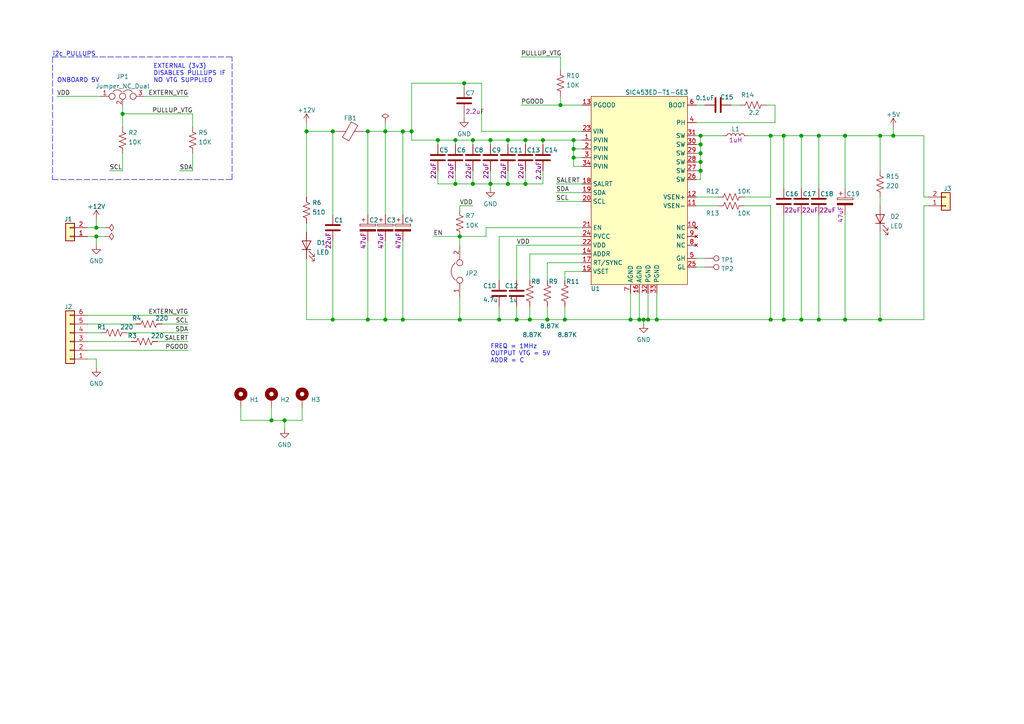
<source format=kicad_sch>
(kicad_sch (version 20210621) (generator eeschema)
  (paper "A4")
  (lib_symbols
    (symbol "Connector:TestPoint" (pin_numbers hide) (pin_names (offset 0.762) hide)
      (property "Reference" "TP" (at 0 6.858 0))
      (property "Value" "TestPoint" (at 0 5.08 0))
      (symbol "TestPoint_0_1"
        (circle (center 0 3.302) (radius 0.762))
      )
      (symbol "TestPoint_1_1"
        (pin passive line (at 0 0 90) (length 2.54) (name "1") (number "1"))
      )
    )
    (symbol "Connector_Generic:Conn_01x02" (pin_names (offset 1.016) hide)
      (property "Reference" "J" (at 0 2.54 0))
      (property "Value" "Conn_01x02" (at 0 -5.08 0))
      (symbol "Conn_01x02_1_1"
        (rectangle (start -1.27 -2.413) (end 0 -2.667) (stroke (width 0.1524)))
        (rectangle (start -1.27 0.127) (end 0 -0.127) (stroke (width 0.1524)))
        (rectangle (start -1.27 1.27) (end 1.27 -3.81) (stroke (width 0.254)) (fill (type background)))
        (pin passive line (at -5.08 0 0) (length 3.81) (name "Pin_1") (number "1"))
        (pin passive line (at -5.08 -2.54 0) (length 3.81) (name "Pin_2") (number "2"))
      )
    )
    (symbol "Connector_Generic:Conn_01x06" (pin_names (offset 1.016) hide)
      (property "Reference" "J" (at 0 7.62 0))
      (property "Value" "Conn_01x06" (at 0 -10.16 0))
      (symbol "Conn_01x06_1_1"
        (rectangle (start -1.27 -7.493) (end 0 -7.747) (stroke (width 0.1524)))
        (rectangle (start -1.27 -4.953) (end 0 -5.207) (stroke (width 0.1524)))
        (rectangle (start -1.27 -2.413) (end 0 -2.667) (stroke (width 0.1524)))
        (rectangle (start -1.27 0.127) (end 0 -0.127) (stroke (width 0.1524)))
        (rectangle (start -1.27 2.667) (end 0 2.413) (stroke (width 0.1524)))
        (rectangle (start -1.27 5.207) (end 0 4.953) (stroke (width 0.1524)))
        (rectangle (start -1.27 6.35) (end 1.27 -8.89) (stroke (width 0.254)) (fill (type background)))
        (pin passive line (at -5.08 5.08 0) (length 3.81) (name "Pin_1") (number "1"))
        (pin passive line (at -5.08 2.54 0) (length 3.81) (name "Pin_2") (number "2"))
        (pin passive line (at -5.08 0 0) (length 3.81) (name "Pin_3") (number "3"))
        (pin passive line (at -5.08 -2.54 0) (length 3.81) (name "Pin_4") (number "4"))
        (pin passive line (at -5.08 -5.08 0) (length 3.81) (name "Pin_5") (number "5"))
        (pin passive line (at -5.08 -7.62 0) (length 3.81) (name "Pin_6") (number "6"))
      )
    )
    (symbol "Device:C" (pin_numbers hide) (pin_names (offset 0.254))
      (property "Reference" "C" (at 0.635 2.54 0))
      (property "Value" "C" (at 0.635 -2.54 0))
      (symbol "C_0_1"
        (polyline (pts (xy -2.032 -0.762) (xy 2.032 -0.762)) (stroke (width 0.508)))
        (polyline (pts (xy -2.032 0.762) (xy 2.032 0.762)) (stroke (width 0.508)))
      )
      (symbol "C_1_1"
        (pin passive line (at 0 3.81 270) (length 2.794) (name "~") (number "1"))
        (pin passive line (at 0 -3.81 90) (length 2.794) (name "~") (number "2"))
      )
    )
    (symbol "Device:CP" (pin_numbers hide) (pin_names (offset 0.254))
      (property "Reference" "C" (at 0.635 2.54 0))
      (property "Value" "CP" (at 0.635 -2.54 0))
      (symbol "CP_0_1"
        (rectangle (start -2.286 0.508) (end -2.286 1.016))
        (rectangle (start -2.286 0.508) (end 2.286 0.508))
        (rectangle (start 2.286 1.016) (end -2.286 1.016))
        (rectangle (start 2.286 1.016) (end 2.286 0.508))
        (rectangle (start 2.286 -0.508) (end -2.286 -1.016) (fill (type outline)))
        (polyline (pts (xy -1.778 2.286) (xy -0.762 2.286)))
        (polyline (pts (xy -1.27 2.794) (xy -1.27 1.778)))
      )
      (symbol "CP_1_1"
        (pin passive line (at 0 3.81 270) (length 2.794) (name "~") (number "1"))
        (pin passive line (at 0 -3.81 90) (length 2.794) (name "~") (number "2"))
      )
    )
    (symbol "Device:Ferrite_Bead" (pin_numbers hide) (pin_names (offset 0))
      (property "Reference" "FB" (at -3.81 0.635 90))
      (property "Value" "Ferrite_Bead" (at 3.81 0 90))
      (symbol "Ferrite_Bead_0_1"
        (polyline (pts (xy 0 -1.27) (xy 0 -1.2192)))
        (polyline (pts (xy 0 1.27) (xy 0 1.2954)))
        (polyline (pts (xy -2.7686 0.4064) (xy -1.7018 2.2606) (xy 2.7686 -0.3048) (xy 1.6764 -2.159) (xy -2.7686 0.4064)))
      )
      (symbol "Ferrite_Bead_1_1"
        (pin passive line (at 0 3.81 270) (length 2.54) (name "~") (number "1"))
        (pin passive line (at 0 -3.81 90) (length 2.54) (name "~") (number "2"))
      )
    )
    (symbol "Device:Jumper" (pin_names (offset 0.762) hide)
      (property "Reference" "JP" (at 0 3.81 0))
      (property "Value" "Jumper" (at 0 -2.032 0))
      (symbol "Jumper_0_1"
        (arc (start -2.4892 1.27) (end 2.5146 1.27) (radius (at 0 -0.6604) (length 3.175) (angles 142.6 37.3)))
        (circle (center -2.54 0) (radius 0.889))
        (circle (center 2.54 0) (radius 0.889))
        (pin passive line (at -7.62 0 0) (length 4.191) (name "1") (number "1"))
        (pin passive line (at 7.62 0 180) (length 4.191) (name "2") (number "2"))
      )
    )
    (symbol "Device:Jumper_NC_Dual" (pin_names (offset 0.762) hide)
      (property "Reference" "JP" (at 1.27 -2.54 0))
      (property "Value" "Jumper_NC_Dual" (at 0 2.54 0))
      (symbol "Jumper_NC_Dual_0_1"
        (arc (start -0.254 1.27) (end -2.794 1.27) (radius (at -1.524 0.254) (length 1.6256) (angles 38.6 141.3)))
        (arc (start 2.794 1.27) (end 0.254 1.27) (radius (at 1.524 0.254) (length 1.6256) (angles 38.6 141.3)))
        (circle (center -3.048 0) (radius 0.889))
        (circle (center 0 0) (radius 0.9144))
        (circle (center 3.048 0) (radius 0.889))
        (pin passive line (at -6.35 0 0) (length 2.413) (name "1") (number "1"))
        (pin passive line (at 0 -2.54 90) (length 1.524) (name "2") (number "2"))
        (pin passive line (at 6.35 0 180) (length 2.413) (name "3") (number "3"))
      )
    )
    (symbol "Device:L" (pin_numbers hide) (pin_names (offset 1.016) hide)
      (property "Reference" "L" (at -1.27 0 90))
      (property "Value" "L" (at 1.905 0 90))
      (symbol "L_0_1"
        (arc (start 0 -2.54) (end 0 -1.27) (radius (at 0 -1.905) (length 0.635) (angles -89.9 89.9)))
        (arc (start 0 -1.27) (end 0 0) (radius (at 0 -0.635) (length 0.635) (angles -89.9 89.9)))
        (arc (start 0 0) (end 0 1.27) (radius (at 0 0.635) (length 0.635) (angles -89.9 89.9)))
        (arc (start 0 1.27) (end 0 2.54) (radius (at 0 1.905) (length 0.635) (angles -89.9 89.9)))
      )
      (symbol "L_1_1"
        (pin passive line (at 0 3.81 270) (length 1.27) (name "1") (number "1"))
        (pin passive line (at 0 -3.81 90) (length 1.27) (name "2") (number "2"))
      )
    )
    (symbol "Device:LED" (pin_numbers hide) (pin_names (offset 1.016) hide)
      (property "Reference" "D" (at 0 2.54 0))
      (property "Value" "LED" (at 0 -2.54 0))
      (symbol "LED_0_1"
        (polyline (pts (xy -1.27 -1.27) (xy -1.27 1.27)) (stroke (width 0.2032)))
        (polyline (pts (xy -1.27 0) (xy 1.27 0)))
        (polyline (pts (xy 1.27 -1.27) (xy 1.27 1.27) (xy -1.27 0) (xy 1.27 -1.27)) (stroke (width 0.2032)))
        (polyline (pts (xy -3.048 -0.762) (xy -4.572 -2.286) (xy -3.81 -2.286) (xy -4.572 -2.286) (xy -4.572 -1.524)))
        (polyline (pts (xy -1.778 -0.762) (xy -3.302 -2.286) (xy -2.54 -2.286) (xy -3.302 -2.286) (xy -3.302 -1.524)))
      )
      (symbol "LED_1_1"
        (pin passive line (at -3.81 0 0) (length 2.54) (name "K") (number "1"))
        (pin passive line (at 3.81 0 180) (length 2.54) (name "A") (number "2"))
      )
    )
    (symbol "Device:R_US" (pin_numbers hide) (pin_names (offset 0))
      (property "Reference" "R" (at 2.54 0 90))
      (property "Value" "R_US" (at -2.54 0 90))
      (symbol "R_US_0_1"
        (polyline (pts (xy 0 -2.286) (xy 0 -2.54)))
        (polyline (pts (xy 0 2.286) (xy 0 2.54)))
        (polyline (pts (xy 0 -0.762) (xy 1.016 -1.143) (xy 0 -1.524) (xy -1.016 -1.905) (xy 0 -2.286)))
        (polyline (pts (xy 0 0.762) (xy 1.016 0.381) (xy 0 0) (xy -1.016 -0.381) (xy 0 -0.762)))
        (polyline (pts (xy 0 2.286) (xy 1.016 1.905) (xy 0 1.524) (xy -1.016 1.143) (xy 0 0.762)))
      )
      (symbol "R_US_1_1"
        (pin passive line (at 0 3.81 270) (length 1.27) (name "~") (number "1"))
        (pin passive line (at 0 -3.81 90) (length 1.27) (name "~") (number "2"))
      )
    )
    (symbol "Mechanical:MountingHole_Pad" (pin_numbers hide) (pin_names (offset 1.016) hide)
      (property "Reference" "H" (at 0 6.35 0))
      (property "Value" "MountingHole_Pad" (at 0 4.445 0))
      (symbol "MountingHole_Pad_0_1"
        (circle (center 0 1.27) (radius 1.27) (stroke (width 1.27)))
      )
      (symbol "MountingHole_Pad_1_1"
        (pin input line (at 0 -2.54 90) (length 2.54) (name "1") (number "1"))
      )
    )
    (symbol "capacitors:GRM188R61H225ME11D" (pin_numbers hide) (pin_names (offset 0.254))
      (property "Reference" "C" (at 0.635 2.54 0))
      (property "id" "2.2uF" (at -3.81 2.54 0))
      (symbol "GRM188R61H225ME11D_0_1"
        (polyline (pts (xy -2.032 -0.762) (xy 2.032 -0.762)) (stroke (width 0.508)))
        (polyline (pts (xy -2.032 0.762) (xy 2.032 0.762)) (stroke (width 0.508)))
      )
      (symbol "GRM188R61H225ME11D_1_1"
        (pin passive line (at 0 3.81 270) (length 2.794) (name "~") (number "1"))
        (pin passive line (at 0 -3.81 90) (length 2.794) (name "~") (number "2"))
      )
    )
    (symbol "eval-board-1_buck-regulator:SIC453ED-T1-GE3"
      (property "Reference" "U" (at 0 0 0))
      (property "Value" "SIC453ED-T1-GE3" (at 0 0 0))
      (symbol "SIC453ED-T1-GE3_0_0"
        (pin power_in line (at -17.78 5.08 0) (length 2.54) (name "PVIN") (number "34"))
      )
      (symbol "SIC453ED-T1-GE3_0_1"
        (rectangle (start -15.24 25.4) (end 12.7 -29.21) (stroke (width 0.1524)) (fill (type background)))
      )
      (symbol "SIC453ED-T1-GE3_1_1"
        (pin power_in line (at -17.78 12.7 0) (length 2.54) (name "PVIN") (number "1"))
        (pin no_connect line (at 15.24 -12.7 180) (length 2.54) (name "NC") (number "10"))
        (pin input line (at 15.24 -6.35 180) (length 2.54) (name "VSEN-") (number "11"))
        (pin input line (at 15.24 -3.81 180) (length 2.54) (name "VSEN+") (number "12"))
        (pin open_collector line (at -17.78 22.86 0) (length 2.54) (name "PGOOD") (number "13"))
        (pin input line (at -17.78 -20.32 0) (length 2.54) (name "ADDR") (number "14"))
        (pin input line (at -17.78 -25.4 0) (length 2.54) (name "VSET") (number "15"))
        (pin power_in line (at -1.27 -31.75 90) (length 2.54) (name "AGND") (number "16"))
        (pin input line (at -17.78 -22.86 0) (length 2.54) (name "RT/SYNC") (number "17"))
        (pin output line (at -17.78 0 0) (length 2.54) (name "SALRT") (number "18"))
        (pin bidirectional line (at -17.78 -2.54 0) (length 2.54) (name "SDA") (number "19"))
        (pin power_in line (at -17.78 10.16 0) (length 2.54) (name "PVIN") (number "2"))
        (pin bidirectional line (at -17.78 -5.08 0) (length 2.54) (name "SCL") (number "20"))
        (pin input line (at -17.78 -12.7 0) (length 2.54) (name "EN") (number "21"))
        (pin power_out line (at -17.78 -17.78 0) (length 2.54) (name "VDD") (number "22"))
        (pin power_in line (at -17.78 15.24 0) (length 2.54) (name "VIN") (number "23"))
        (pin power_out line (at -17.78 -15.24 0) (length 2.54) (name "PVCC") (number "24"))
        (pin input line (at 15.24 -24.13 180) (length 2.54) (name "GL") (number "25"))
        (pin passive line (at 15.24 1.27 180) (length 2.54) (name "SW") (number "26"))
        (pin passive line (at 15.24 3.81 180) (length 2.54) (name "SW") (number "27"))
        (pin passive line (at 15.24 6.35 180) (length 2.54) (name "SW") (number "28"))
        (pin passive line (at 15.24 8.89 180) (length 2.54) (name "SW") (number "29"))
        (pin power_in line (at -17.78 7.62 0) (length 2.54) (name "PVIN") (number "3"))
        (pin passive line (at 15.24 11.43 180) (length 2.54) (name "SW") (number "30"))
        (pin power_out line (at 15.24 13.97 180) (length 2.54) (name "SW") (number "31"))
        (pin power_in line (at 1.27 -31.75 90) (length 2.54) (name "PGND") (number "32"))
        (pin power_in line (at 3.81 -31.75 90) (length 2.54) (name "PGND") (number "33"))
        (pin input line (at 15.24 17.78 180) (length 2.54) (name "PH") (number "4"))
        (pin input line (at 15.24 -21.59 180) (length 2.54) (name "GH") (number "5"))
        (pin input line (at 15.24 22.86 180) (length 2.54) (name "BOOT") (number "6"))
        (pin power_in line (at -3.81 -31.75 90) (length 2.54) (name "AGND") (number "7"))
        (pin no_connect line (at 15.24 -17.78 180) (length 2.54) (name "NC") (number "8"))
        (pin no_connect line (at 15.24 -15.24 180) (length 2.54) (name "NC") (number "9"))
      )
    )
    (symbol "power:+12V" (power) (pin_names (offset 0))
      (property "Value" "+12V" (at 0 3.556 0))
      (symbol "+12V_0_1"
        (polyline (pts (xy -0.762 1.27) (xy 0 2.54)))
        (polyline (pts (xy 0 0) (xy 0 2.54)))
        (polyline (pts (xy 0 2.54) (xy 0.762 1.27)))
      )
      (symbol "+12V_1_1"
        (pin power_in line (at 0 0 90) (length 0) hide (name "+12V") (number "1"))
      )
    )
    (symbol "power:+5V" (power) (pin_names (offset 0))
      (property "Value" "+5V" (at 0 3.556 0))
      (symbol "+5V_0_1"
        (polyline (pts (xy -0.762 1.27) (xy 0 2.54)))
        (polyline (pts (xy 0 0) (xy 0 2.54)))
        (polyline (pts (xy 0 2.54) (xy 0.762 1.27)))
      )
      (symbol "+5V_1_1"
        (pin power_in line (at 0 0 90) (length 0) hide (name "+5V") (number "1"))
      )
    )
    (symbol "power:GND" (power) (pin_names (offset 0))
      (property "Value" "GND" (at 0 -3.81 0))
      (symbol "GND_0_1"
        (polyline (pts (xy 0 0) (xy 0 -1.27) (xy 1.27 -1.27) (xy 0 -2.54) (xy -1.27 -1.27) (xy 0 -1.27)))
      )
      (symbol "GND_1_1"
        (pin power_in line (at 0 0 270) (length 0) hide (name "GND") (number "1"))
      )
    )
    (symbol "power:PWR_FLAG" (power) (pin_numbers hide) (pin_names (offset 0) hide)
      (property "Value" "PWR_FLAG" (at 0 3.81 0))
      (symbol "PWR_FLAG_0_0"
        (pin power_out line (at 0 0 90) (length 0) (name "pwr") (number "1"))
      )
      (symbol "PWR_FLAG_0_1"
        (polyline (pts (xy 0 0) (xy 0 1.27) (xy -1.016 1.905) (xy 0 2.54) (xy 1.016 1.905) (xy 0 1.27)))
      )
    )
  )
  (junction (at 27.94 66.04) (diameter 1.016))
  (junction (at 27.94 68.58) (diameter 1.016))
  (junction (at 35.56 33.02) (diameter 1.016))
  (junction (at 78.74 121.92) (diameter 1.016))
  (junction (at 82.55 121.92) (diameter 1.016))
  (junction (at 88.9 38.1) (diameter 1.016))
  (junction (at 96.52 38.1) (diameter 1.016))
  (junction (at 96.52 92.71) (diameter 1.016))
  (junction (at 106.68 38.1) (diameter 1.016))
  (junction (at 106.68 92.71) (diameter 1.016))
  (junction (at 111.76 38.1) (diameter 1.016))
  (junction (at 111.76 92.71) (diameter 1.016))
  (junction (at 116.84 38.1) (diameter 1.016))
  (junction (at 116.84 92.71) (diameter 1.016))
  (junction (at 119.38 38.1) (diameter 1.016))
  (junction (at 127 40.64) (diameter 1.016))
  (junction (at 132.08 40.64) (diameter 1.016))
  (junction (at 132.08 53.34) (diameter 1.016))
  (junction (at 133.35 68.58) (diameter 1.016))
  (junction (at 133.35 92.71) (diameter 1.016))
  (junction (at 134.62 24.13) (diameter 1.016))
  (junction (at 137.16 40.64) (diameter 1.016))
  (junction (at 137.16 53.34) (diameter 1.016))
  (junction (at 142.24 40.64) (diameter 1.016))
  (junction (at 142.24 53.34) (diameter 1.016))
  (junction (at 144.78 92.71) (diameter 1.016))
  (junction (at 147.32 40.64) (diameter 1.016))
  (junction (at 147.32 53.34) (diameter 1.016))
  (junction (at 149.86 92.71) (diameter 1.016))
  (junction (at 152.4 40.64) (diameter 1.016))
  (junction (at 152.4 53.34) (diameter 1.016))
  (junction (at 153.67 92.71) (diameter 1.016))
  (junction (at 157.48 40.64) (diameter 1.016))
  (junction (at 158.75 92.71) (diameter 1.016))
  (junction (at 162.56 30.48) (diameter 1.016))
  (junction (at 163.83 92.71) (diameter 1.016))
  (junction (at 166.37 40.64) (diameter 1.016))
  (junction (at 166.37 43.18) (diameter 1.016))
  (junction (at 166.37 45.72) (diameter 1.016))
  (junction (at 182.88 92.71) (diameter 1.016))
  (junction (at 185.42 92.71) (diameter 1.016))
  (junction (at 186.69 92.71) (diameter 1.016))
  (junction (at 187.96 92.71) (diameter 1.016))
  (junction (at 190.5 92.71) (diameter 1.016))
  (junction (at 203.2 39.37) (diameter 1.016))
  (junction (at 203.2 41.91) (diameter 1.016))
  (junction (at 203.2 44.45) (diameter 1.016))
  (junction (at 203.2 46.99) (diameter 1.016))
  (junction (at 203.2 49.53) (diameter 1.016))
  (junction (at 223.52 39.37) (diameter 1.016))
  (junction (at 223.52 92.71) (diameter 1.016))
  (junction (at 227.33 39.37) (diameter 1.016))
  (junction (at 227.33 92.71) (diameter 1.016))
  (junction (at 232.41 39.37) (diameter 1.016))
  (junction (at 232.41 92.71) (diameter 1.016))
  (junction (at 237.49 39.37) (diameter 1.016))
  (junction (at 237.49 92.71) (diameter 1.016))
  (junction (at 245.11 39.37) (diameter 1.016))
  (junction (at 245.11 92.71) (diameter 1.016))
  (junction (at 255.27 39.37) (diameter 1.016))
  (junction (at 255.27 92.71) (diameter 1.016))
  (junction (at 259.08 39.37) (diameter 1.016))
  (wire (pts (xy 16.51 27.94) (xy 29.21 27.94)))
  (wire (pts (xy 25.4 91.44) (xy 54.61 91.44)))
  (wire (pts (xy 25.4 93.98) (xy 39.37 93.98)))
  (wire (pts (xy 25.4 96.52) (xy 29.21 96.52)))
  (wire (pts (xy 25.4 99.06) (xy 38.1 99.06)))
  (wire (pts (xy 25.4 101.6) (xy 54.61 101.6)))
  (wire (pts (xy 27.94 63.5) (xy 27.94 66.04)))
  (wire (pts (xy 27.94 66.04) (xy 25.4 66.04)))
  (wire (pts (xy 27.94 66.04) (xy 30.48 66.04)))
  (wire (pts (xy 27.94 68.58) (xy 25.4 68.58)))
  (wire (pts (xy 27.94 68.58) (xy 27.94 71.12)))
  (wire (pts (xy 27.94 68.58) (xy 30.48 68.58)))
  (wire (pts (xy 27.94 104.14) (xy 25.4 104.14)))
  (wire (pts (xy 27.94 106.68) (xy 27.94 104.14)))
  (wire (pts (xy 31.75 49.53) (xy 35.56 49.53)))
  (wire (pts (xy 35.56 30.48) (xy 35.56 33.02)))
  (wire (pts (xy 35.56 33.02) (xy 35.56 36.83)))
  (wire (pts (xy 35.56 33.02) (xy 55.88 33.02)))
  (wire (pts (xy 35.56 44.45) (xy 35.56 49.53)))
  (wire (pts (xy 36.83 96.52) (xy 54.61 96.52)))
  (wire (pts (xy 41.91 27.94) (xy 54.61 27.94)))
  (wire (pts (xy 45.72 99.06) (xy 54.61 99.06)))
  (wire (pts (xy 46.99 93.98) (xy 54.61 93.98)))
  (wire (pts (xy 52.07 49.53) (xy 55.88 49.53)))
  (wire (pts (xy 55.88 33.02) (xy 55.88 36.83)))
  (wire (pts (xy 55.88 44.45) (xy 55.88 49.53)))
  (wire (pts (xy 69.85 121.92) (xy 69.85 118.11)))
  (wire (pts (xy 78.74 121.92) (xy 69.85 121.92)))
  (wire (pts (xy 78.74 121.92) (xy 78.74 118.11)))
  (wire (pts (xy 82.55 121.92) (xy 78.74 121.92)))
  (wire (pts (xy 82.55 121.92) (xy 87.63 121.92)))
  (wire (pts (xy 82.55 124.46) (xy 82.55 121.92)))
  (wire (pts (xy 87.63 121.92) (xy 87.63 118.11)))
  (wire (pts (xy 88.9 35.56) (xy 88.9 38.1)))
  (wire (pts (xy 88.9 38.1) (xy 96.52 38.1)))
  (wire (pts (xy 88.9 57.15) (xy 88.9 38.1)))
  (wire (pts (xy 88.9 64.77) (xy 88.9 67.31)))
  (wire (pts (xy 88.9 74.93) (xy 88.9 92.71)))
  (wire (pts (xy 88.9 92.71) (xy 96.52 92.71)))
  (wire (pts (xy 96.52 38.1) (xy 97.79 38.1)))
  (wire (pts (xy 96.52 62.23) (xy 96.52 38.1)))
  (wire (pts (xy 96.52 69.85) (xy 96.52 92.71)))
  (wire (pts (xy 96.52 92.71) (xy 106.68 92.71)))
  (wire (pts (xy 105.41 38.1) (xy 106.68 38.1)))
  (wire (pts (xy 106.68 38.1) (xy 106.68 62.23)))
  (wire (pts (xy 106.68 38.1) (xy 111.76 38.1)))
  (wire (pts (xy 106.68 69.85) (xy 106.68 92.71)))
  (wire (pts (xy 106.68 92.71) (xy 111.76 92.71)))
  (wire (pts (xy 111.76 35.56) (xy 111.76 38.1)))
  (wire (pts (xy 111.76 38.1) (xy 111.76 62.23)))
  (wire (pts (xy 111.76 38.1) (xy 116.84 38.1)))
  (wire (pts (xy 111.76 69.85) (xy 111.76 92.71)))
  (wire (pts (xy 111.76 92.71) (xy 116.84 92.71)))
  (wire (pts (xy 116.84 38.1) (xy 116.84 62.23)))
  (wire (pts (xy 116.84 38.1) (xy 119.38 38.1)))
  (wire (pts (xy 116.84 69.85) (xy 116.84 92.71)))
  (wire (pts (xy 116.84 92.71) (xy 133.35 92.71)))
  (wire (pts (xy 119.38 24.13) (xy 119.38 38.1)))
  (wire (pts (xy 119.38 24.13) (xy 134.62 24.13)))
  (wire (pts (xy 119.38 40.64) (xy 119.38 38.1)))
  (wire (pts (xy 125.73 68.58) (xy 133.35 68.58)))
  (wire (pts (xy 127 40.64) (xy 119.38 40.64)))
  (wire (pts (xy 127 40.64) (xy 127 41.91)))
  (wire (pts (xy 127 53.34) (xy 127 49.53)))
  (wire (pts (xy 127 53.34) (xy 132.08 53.34)))
  (wire (pts (xy 132.08 40.64) (xy 127 40.64)))
  (wire (pts (xy 132.08 40.64) (xy 132.08 41.91)))
  (wire (pts (xy 132.08 49.53) (xy 132.08 53.34)))
  (wire (pts (xy 132.08 53.34) (xy 137.16 53.34)))
  (wire (pts (xy 133.35 59.69) (xy 133.35 60.96)))
  (wire (pts (xy 133.35 59.69) (xy 137.16 59.69)))
  (wire (pts (xy 133.35 68.58) (xy 133.35 71.12)))
  (wire (pts (xy 133.35 68.58) (xy 140.97 68.58)))
  (wire (pts (xy 133.35 86.36) (xy 133.35 92.71)))
  (wire (pts (xy 133.35 92.71) (xy 144.78 92.71)))
  (wire (pts (xy 134.62 24.13) (xy 134.62 25.4)))
  (wire (pts (xy 134.62 24.13) (xy 139.7 24.13)))
  (wire (pts (xy 134.62 33.02) (xy 134.62 34.29)))
  (wire (pts (xy 137.16 40.64) (xy 132.08 40.64)))
  (wire (pts (xy 137.16 40.64) (xy 137.16 41.91)))
  (wire (pts (xy 137.16 49.53) (xy 137.16 53.34)))
  (wire (pts (xy 137.16 53.34) (xy 142.24 53.34)))
  (wire (pts (xy 139.7 38.1) (xy 139.7 24.13)))
  (wire (pts (xy 140.97 66.04) (xy 168.91 66.04)))
  (wire (pts (xy 140.97 68.58) (xy 140.97 66.04)))
  (wire (pts (xy 142.24 40.64) (xy 137.16 40.64)))
  (wire (pts (xy 142.24 40.64) (xy 142.24 41.91)))
  (wire (pts (xy 142.24 49.53) (xy 142.24 53.34)))
  (wire (pts (xy 142.24 53.34) (xy 142.24 54.61)))
  (wire (pts (xy 142.24 53.34) (xy 147.32 53.34)))
  (wire (pts (xy 144.78 68.58) (xy 144.78 81.28)))
  (wire (pts (xy 144.78 68.58) (xy 168.91 68.58)))
  (wire (pts (xy 144.78 88.9) (xy 144.78 92.71)))
  (wire (pts (xy 144.78 92.71) (xy 149.86 92.71)))
  (wire (pts (xy 147.32 40.64) (xy 142.24 40.64)))
  (wire (pts (xy 147.32 40.64) (xy 147.32 41.91)))
  (wire (pts (xy 147.32 49.53) (xy 147.32 53.34)))
  (wire (pts (xy 147.32 53.34) (xy 152.4 53.34)))
  (wire (pts (xy 149.86 71.12) (xy 149.86 81.28)))
  (wire (pts (xy 149.86 71.12) (xy 168.91 71.12)))
  (wire (pts (xy 149.86 88.9) (xy 149.86 92.71)))
  (wire (pts (xy 149.86 92.71) (xy 153.67 92.71)))
  (wire (pts (xy 151.13 30.48) (xy 162.56 30.48)))
  (wire (pts (xy 152.4 40.64) (xy 147.32 40.64)))
  (wire (pts (xy 152.4 40.64) (xy 152.4 41.91)))
  (wire (pts (xy 152.4 49.53) (xy 152.4 53.34)))
  (wire (pts (xy 152.4 53.34) (xy 157.48 53.34)))
  (wire (pts (xy 153.67 73.66) (xy 153.67 81.28)))
  (wire (pts (xy 153.67 73.66) (xy 168.91 73.66)))
  (wire (pts (xy 153.67 88.9) (xy 153.67 92.71)))
  (wire (pts (xy 153.67 92.71) (xy 158.75 92.71)))
  (wire (pts (xy 157.48 40.64) (xy 152.4 40.64)))
  (wire (pts (xy 157.48 40.64) (xy 157.48 41.91)))
  (wire (pts (xy 157.48 49.53) (xy 157.48 53.34)))
  (wire (pts (xy 158.75 76.2) (xy 168.91 76.2)))
  (wire (pts (xy 158.75 81.28) (xy 158.75 76.2)))
  (wire (pts (xy 158.75 88.9) (xy 158.75 92.71)))
  (wire (pts (xy 158.75 92.71) (xy 163.83 92.71)))
  (wire (pts (xy 161.29 53.34) (xy 168.91 53.34)))
  (wire (pts (xy 161.29 55.88) (xy 168.91 55.88)))
  (wire (pts (xy 161.29 58.42) (xy 168.91 58.42)))
  (wire (pts (xy 162.56 16.51) (xy 151.13 16.51)))
  (wire (pts (xy 162.56 20.32) (xy 162.56 16.51)))
  (wire (pts (xy 162.56 30.48) (xy 162.56 27.94)))
  (wire (pts (xy 163.83 78.74) (xy 168.91 78.74)))
  (wire (pts (xy 163.83 81.28) (xy 163.83 78.74)))
  (wire (pts (xy 163.83 88.9) (xy 163.83 92.71)))
  (wire (pts (xy 163.83 92.71) (xy 182.88 92.71)))
  (wire (pts (xy 166.37 40.64) (xy 157.48 40.64)))
  (wire (pts (xy 166.37 40.64) (xy 168.91 40.64)))
  (wire (pts (xy 166.37 43.18) (xy 166.37 40.64)))
  (wire (pts (xy 166.37 43.18) (xy 168.91 43.18)))
  (wire (pts (xy 166.37 45.72) (xy 166.37 43.18)))
  (wire (pts (xy 166.37 45.72) (xy 168.91 45.72)))
  (wire (pts (xy 166.37 48.26) (xy 166.37 45.72)))
  (wire (pts (xy 168.91 30.48) (xy 162.56 30.48)))
  (wire (pts (xy 168.91 38.1) (xy 139.7 38.1)))
  (wire (pts (xy 168.91 48.26) (xy 166.37 48.26)))
  (wire (pts (xy 182.88 85.09) (xy 182.88 92.71)))
  (wire (pts (xy 185.42 85.09) (xy 185.42 92.71)))
  (wire (pts (xy 185.42 92.71) (xy 182.88 92.71)))
  (wire (pts (xy 186.69 92.71) (xy 185.42 92.71)))
  (wire (pts (xy 186.69 92.71) (xy 187.96 92.71)))
  (wire (pts (xy 186.69 93.98) (xy 186.69 92.71)))
  (wire (pts (xy 187.96 85.09) (xy 187.96 92.71)))
  (wire (pts (xy 187.96 92.71) (xy 190.5 92.71)))
  (wire (pts (xy 190.5 85.09) (xy 190.5 92.71)))
  (wire (pts (xy 190.5 92.71) (xy 223.52 92.71)))
  (wire (pts (xy 201.93 30.48) (xy 204.47 30.48)))
  (wire (pts (xy 201.93 39.37) (xy 203.2 39.37)))
  (wire (pts (xy 201.93 41.91) (xy 203.2 41.91)))
  (wire (pts (xy 201.93 44.45) (xy 203.2 44.45)))
  (wire (pts (xy 201.93 46.99) (xy 203.2 46.99)))
  (wire (pts (xy 201.93 49.53) (xy 203.2 49.53)))
  (wire (pts (xy 201.93 52.07) (xy 203.2 52.07)))
  (wire (pts (xy 201.93 57.15) (xy 208.28 57.15)))
  (wire (pts (xy 201.93 59.69) (xy 208.28 59.69)))
  (wire (pts (xy 201.93 74.93) (xy 204.47 74.93)))
  (wire (pts (xy 201.93 77.47) (xy 204.47 77.47)))
  (wire (pts (xy 203.2 39.37) (xy 209.55 39.37)))
  (wire (pts (xy 203.2 41.91) (xy 203.2 39.37)))
  (wire (pts (xy 203.2 44.45) (xy 203.2 41.91)))
  (wire (pts (xy 203.2 46.99) (xy 203.2 44.45)))
  (wire (pts (xy 203.2 49.53) (xy 203.2 46.99)))
  (wire (pts (xy 203.2 52.07) (xy 203.2 49.53)))
  (wire (pts (xy 212.09 30.48) (xy 214.63 30.48)))
  (wire (pts (xy 215.9 57.15) (xy 223.52 57.15)))
  (wire (pts (xy 215.9 59.69) (xy 223.52 59.69)))
  (wire (pts (xy 217.17 39.37) (xy 223.52 39.37)))
  (wire (pts (xy 222.25 30.48) (xy 224.79 30.48)))
  (wire (pts (xy 223.52 39.37) (xy 227.33 39.37)))
  (wire (pts (xy 223.52 57.15) (xy 223.52 39.37)))
  (wire (pts (xy 223.52 59.69) (xy 223.52 92.71)))
  (wire (pts (xy 223.52 92.71) (xy 227.33 92.71)))
  (wire (pts (xy 224.79 30.48) (xy 224.79 35.56)))
  (wire (pts (xy 224.79 35.56) (xy 201.93 35.56)))
  (wire (pts (xy 227.33 39.37) (xy 227.33 54.61)))
  (wire (pts (xy 227.33 39.37) (xy 232.41 39.37)))
  (wire (pts (xy 227.33 62.23) (xy 227.33 92.71)))
  (wire (pts (xy 227.33 92.71) (xy 232.41 92.71)))
  (wire (pts (xy 232.41 39.37) (xy 232.41 54.61)))
  (wire (pts (xy 232.41 39.37) (xy 237.49 39.37)))
  (wire (pts (xy 232.41 62.23) (xy 232.41 92.71)))
  (wire (pts (xy 232.41 92.71) (xy 237.49 92.71)))
  (wire (pts (xy 237.49 39.37) (xy 237.49 54.61)))
  (wire (pts (xy 237.49 39.37) (xy 245.11 39.37)))
  (wire (pts (xy 237.49 62.23) (xy 237.49 92.71)))
  (wire (pts (xy 237.49 92.71) (xy 245.11 92.71)))
  (wire (pts (xy 245.11 39.37) (xy 245.11 54.61)))
  (wire (pts (xy 245.11 39.37) (xy 255.27 39.37)))
  (wire (pts (xy 245.11 62.23) (xy 245.11 92.71)))
  (wire (pts (xy 245.11 92.71) (xy 255.27 92.71)))
  (wire (pts (xy 255.27 39.37) (xy 255.27 49.53)))
  (wire (pts (xy 255.27 39.37) (xy 259.08 39.37)))
  (wire (pts (xy 255.27 57.15) (xy 255.27 59.69)))
  (wire (pts (xy 255.27 92.71) (xy 255.27 67.31)))
  (wire (pts (xy 259.08 36.83) (xy 259.08 39.37)))
  (wire (pts (xy 267.97 39.37) (xy 259.08 39.37)))
  (wire (pts (xy 267.97 57.15) (xy 267.97 39.37)))
  (wire (pts (xy 267.97 59.69) (xy 267.97 92.71)))
  (wire (pts (xy 267.97 92.71) (xy 255.27 92.71)))
  (wire (pts (xy 269.24 57.15) (xy 267.97 57.15)))
  (wire (pts (xy 269.24 59.69) (xy 267.97 59.69)))
  (polyline (pts (xy 15.24 16.51) (xy 15.24 52.07)) (stroke (width 0) (type dash)))
  (polyline (pts (xy 15.24 16.51) (xy 67.31 16.51)) (stroke (width 0) (type dash)))
  (polyline (pts (xy 15.24 52.07) (xy 67.31 52.07)) (stroke (width 0) (type dash)))
  (polyline (pts (xy 67.31 52.07) (xy 67.31 16.51)) (stroke (width 0) (type dash)))
  (text "i2c PULLUPS" (at 15.24 16.51 0) (effects (font (size 1.27 1.27)) (justify left bottom)))
  (text "ONBOARD 5V" (at 16.51 24.13 0) (effects (font (size 1.27 1.27)) (justify left bottom)))
  (text "EXTERNAL (3v3)\nDISABLES PULLUPS IF\nNO VTG SUPPLIED" (at 44.45 24.13 0) (effects (font (size 1.27 1.27)) (justify left bottom)))
  (text "FREQ = 1MHz\nOUTPUT VTG = 5V\nADDR = C" (at 142.24 105.41 0) (effects (font (size 1.27 1.27)) (justify left bottom)))
  (label "VDD" (at 16.51 27.94 0))
  (label "SCL" (at 31.75 49.53 0))
  (label "SDA" (at 52.07 49.53 0))
  (label "EXTERN_VTG" (at 54.61 27.94 180))
  (label "EXTERN_VTG" (at 54.61 91.44 180))
  (label "SCL" (at 54.61 93.98 180))
  (label "SDA" (at 54.61 96.52 180))
  (label "SALERT" (at 54.61 99.06 180))
  (label "PGOOD" (at 54.61 101.6 180))
  (label "PULLUP_VTG" (at 55.88 33.02 180))
  (label "EN" (at 125.73 68.58 0))
  (label "VDD" (at 137.16 59.69 180))
  (label "VDD" (at 149.86 71.12 0))
  (label "PULLUP_VTG" (at 151.13 16.51 0))
  (label "PGOOD" (at 151.13 30.48 0))
  (label "SALERT" (at 161.29 53.34 0))
  (label "SDA" (at 161.29 55.88 0))
  (label "SCL" (at 161.29 58.42 0))
  (symbol (lib_id "power:+12V") (at 27.94 63.5 0) (unit 1)
    (property "Reference" "#PWR01" (effects hide))
    (property "Value" "+12V" (at 27.94 59.8954 0))
  )
  (symbol (lib_id "power:+12V") (at 88.9 35.56 0) (unit 1)
    (property "Reference" "#PWR05" (effects hide))
    (property "Value" "+12V" (at 88.9 31.9554 0))
  )
  (symbol (lib_id "power:+5V") (at 259.08 36.83 0) (unit 1)
    (property "Reference" "#PWR09" (effects hide))
    (property "Value" "+5V" (at 259.08 33.2254 0))
  )
  (symbol (lib_id "power:PWR_FLAG") (at 30.48 66.04 270) (unit 1)
    (property "Reference" "#FLG01" (effects hide))
    (property "Value" "PWR_FLAG" (effects hide))
  )
  (symbol (lib_id "power:PWR_FLAG") (at 30.48 68.58 270) (unit 1)
    (property "Reference" "#FLG02" (effects hide))
    (property "Value" "PWR_FLAG" (effects hide))
  )
  (symbol (lib_id "power:PWR_FLAG") (at 111.76 35.56 0) (unit 1)
    (property "Reference" "#FLG03" (effects hide))
    (property "Value" "PWR_FLAG" (effects hide))
  )
  (symbol (lib_id "Connector:TestPoint") (at 204.47 74.93 270) (unit 1)
    (property "Reference" "TP1" (at 209.1691 75.409 90) (effects (justify left)))
    (property "Value" "TestPoint" (effects hide))
    (property "Footprint" "TestPoint:TestPoint_Pad_1.5x1.5mm" (effects hide))
  )
  (symbol (lib_id "Connector:TestPoint") (at 204.47 77.47 270) (unit 1)
    (property "Reference" "TP2" (at 209.1691 77.949 90) (effects (justify left)))
    (property "Value" "TestPoint" (effects hide))
    (property "Footprint" "TestPoint:TestPoint_Pad_1.5x1.5mm" (effects hide))
  )
  (symbol (lib_id "power:GND") (at 27.94 71.12 0) (unit 1)
    (property "Reference" "#PWR02" (effects hide))
    (property "Value" "GND" (at 27.94 75.6826 0))
  )
  (symbol (lib_id "power:GND") (at 27.94 106.68 0) (unit 1)
    (property "Reference" "#PWR03" (effects hide))
    (property "Value" "GND" (at 27.94 111.2426 0))
  )
  (symbol (lib_id "power:GND") (at 82.55 124.46 0) (unit 1)
    (property "Reference" "#PWR04" (effects hide))
    (property "Value" "GND" (at 82.55 129.0226 0))
  )
  (symbol (lib_id "power:GND") (at 134.62 34.29 0) (unit 1)
    (property "Reference" "#PWR06" (effects hide))
    (property "Value" "GND" (at 134.62 38.8526 0))
  )
  (symbol (lib_id "power:GND") (at 142.24 54.61 0) (unit 1)
    (property "Reference" "#PWR07" (effects hide))
    (property "Value" "GND" (at 142.24 59.1726 0))
  )
  (symbol (lib_id "power:GND") (at 186.69 93.98 0) (unit 1)
    (property "Reference" "#PWR08" (effects hide))
    (property "Value" "GND" (at 186.69 98.5426 0))
  )
  (symbol (lib_id "Device:L") (at 213.36 39.37 90) (unit 1)
    (property "Reference" "L1" (at 213.36 37.4354 90))
    (property "Value" "PA4343.102NLT" (effects hide))
    (property "Footprint" "eval-board-1_buck-regulator:PA4343_PM4343" (effects hide))
    (property "id" "1uH" (at 213.36 40.64 90))
  )
  (symbol (lib_id "Device:R_US") (at 33.02 96.52 90) (unit 1)
    (property "Reference" "R1" (at 30.8415 94.8689 90) (effects (justify left)))
    (property "Value" "220" (at 38.6966 94.8689 90) (effects (justify left)))
    (property "Footprint" "eval-board-1_buck-regulator:CAPACITOR_0402N" (effects hide))
  )
  (symbol (lib_id "Device:R_US") (at 35.56 40.64 0) (unit 1)
    (property "Reference" "R2" (at 37.2111 38.4615 0) (effects (justify left)))
    (property "Value" "10K" (at 37.2111 41.2366 0) (effects (justify left)))
    (property "Footprint" "eval-board-1_buck-regulator:CAPACITOR_0402N" (effects hide))
  )
  (symbol (lib_id "Device:R_US") (at 41.91 99.06 90) (unit 1)
    (property "Reference" "R3" (at 39.7315 97.4089 90) (effects (justify left)))
    (property "Value" "220" (at 47.5866 97.4089 90) (effects (justify left)))
    (property "Footprint" "eval-board-1_buck-regulator:CAPACITOR_0402N" (effects hide))
  )
  (symbol (lib_id "Device:R_US") (at 43.18 93.98 90) (unit 1)
    (property "Reference" "R4" (at 41.0015 92.3289 90) (effects (justify left)))
    (property "Value" "220" (at 48.8566 92.3289 90) (effects (justify left)))
    (property "Footprint" "eval-board-1_buck-regulator:CAPACITOR_0402N" (effects hide))
  )
  (symbol (lib_id "Device:R_US") (at 55.88 40.64 0) (unit 1)
    (property "Reference" "R5" (at 57.5311 38.4615 0) (effects (justify left)))
    (property "Value" "10K" (at 57.5311 41.2366 0) (effects (justify left)))
    (property "Footprint" "eval-board-1_buck-regulator:CAPACITOR_0402N" (effects hide))
  )
  (symbol (lib_id "Device:R_US") (at 88.9 60.96 0) (unit 1)
    (property "Reference" "R6" (at 90.5511 58.7815 0) (effects (justify left)))
    (property "Value" "510" (at 90.5511 61.5566 0) (effects (justify left)))
    (property "Footprint" "eval-board-1_buck-regulator:CAPACITOR_0402N" (effects hide))
  )
  (symbol (lib_id "Device:R_US") (at 133.35 64.77 0) (unit 1)
    (property "Reference" "R7" (at 135.0011 62.5915 0) (effects (justify left)))
    (property "Value" "10K" (at 135.0011 65.3666 0) (effects (justify left)))
    (property "Footprint" "eval-board-1_buck-regulator:CAPACITOR_0402N" (effects hide))
  )
  (symbol (lib_id "Device:R_US") (at 153.67 85.09 0) (unit 1)
    (property "Reference" "R8" (at 154.0511 81.6415 0) (effects (justify left)))
    (property "Value" "8.87K" (at 151.5111 97.1166 0) (effects (justify left)))
    (property "Footprint" "eval-board-1_buck-regulator:CAPACITOR_0402N" (effects hide))
  )
  (symbol (lib_id "Device:R_US") (at 158.75 85.09 0) (unit 1)
    (property "Reference" "R9" (at 159.1311 81.6415 0) (effects (justify left)))
    (property "Value" "8.87K" (at 156.5911 94.5766 0) (effects (justify left)))
    (property "Footprint" "eval-board-1_buck-regulator:CAPACITOR_0402N" (effects hide))
  )
  (symbol (lib_id "Device:R_US") (at 162.56 24.13 0) (unit 1)
    (property "Reference" "R10" (at 164.2111 21.9515 0) (effects (justify left)))
    (property "Value" "10K" (at 164.2111 24.7266 0) (effects (justify left)))
    (property "Footprint" "eval-board-1_buck-regulator:CAPACITOR_0402N" (effects hide))
  )
  (symbol (lib_id "Device:R_US") (at 163.83 85.09 0) (unit 1)
    (property "Reference" "R11" (at 164.2111 81.6415 0) (effects (justify left)))
    (property "Value" "8.87K" (at 161.6711 97.1166 0) (effects (justify left)))
    (property "Footprint" "eval-board-1_buck-regulator:CAPACITOR_0402N" (effects hide))
  )
  (symbol (lib_id "Device:R_US") (at 212.09 57.15 90) (unit 1)
    (property "Reference" "R12" (at 208.6415 55.4989 90) (effects (justify left)))
    (property "Value" "10K" (at 217.7666 55.4989 90) (effects (justify left)))
    (property "Footprint" "eval-board-1_buck-regulator:CAPACITOR_0402N" (effects hide))
  )
  (symbol (lib_id "Device:R_US") (at 212.09 59.69 90) (unit 1)
    (property "Reference" "R13" (at 208.6415 61.8489 90) (effects (justify left)))
    (property "Value" "10K" (at 217.7666 61.8489 90) (effects (justify left)))
    (property "Footprint" "eval-board-1_buck-regulator:CAPACITOR_0402N" (effects hide))
  )
  (symbol (lib_id "Device:R_US") (at 218.44 30.48 90) (unit 1)
    (property "Reference" "R14" (at 218.8015 27.5589 90) (effects (justify left)))
    (property "Value" "2.2" (at 220.3066 32.6389 90) (effects (justify left)))
    (property "Footprint" "eval-board-1_buck-regulator:CAPACITOR_0402N" (effects hide))
  )
  (symbol (lib_id "Device:R_US") (at 255.27 53.34 0) (unit 1)
    (property "Reference" "R15" (at 256.9211 51.1615 0) (effects (justify left)))
    (property "Value" "220" (at 256.9211 53.9366 0) (effects (justify left)))
    (property "Footprint" "eval-board-1_buck-regulator:CAPACITOR_0402N" (effects hide))
  )
  (symbol (lib_id "Mechanical:MountingHole_Pad") (at 69.85 115.57 0) (unit 1)
    (property "Reference" "H1" (at 72.3901 115.922 0) (effects (justify left)))
    (property "Value" "MountingHole_Pad" (effects hide))
    (property "Footprint" "MountingHole:MountingHole_2.7mm_M2.5_Pad_Via" (effects hide))
  )
  (symbol (lib_id "Mechanical:MountingHole_Pad") (at 78.74 115.57 0) (unit 1)
    (property "Reference" "H2" (at 81.2801 115.922 0) (effects (justify left)))
    (property "Value" "MountingHole_Pad" (effects hide))
    (property "Footprint" "MountingHole:MountingHole_2.7mm_M2.5_Pad_Via" (effects hide))
  )
  (symbol (lib_id "Mechanical:MountingHole_Pad") (at 87.63 115.57 0) (unit 1)
    (property "Reference" "H3" (at 90.1701 115.922 0) (effects (justify left)))
    (property "Value" "MountingHole_Pad" (effects hide))
    (property "Footprint" "MountingHole:MountingHole_2.7mm_M2.5_Pad_Via" (effects hide))
  )
  (symbol (lib_id "Device:LED") (at 88.9 71.12 90) (unit 1)
    (property "Reference" "D1" (at 91.8211 70.402 90) (effects (justify right)))
    (property "Value" "LED" (at 91.8211 73.1771 90) (effects (justify right)))
    (property "Footprint" "eval-board-1_buck-regulator:CAPACITOR_0603N" (effects hide))
  )
  (symbol (lib_id "Device:LED") (at 255.27 63.5 90) (unit 1)
    (property "Reference" "D2" (at 258.1911 62.782 90) (effects (justify right)))
    (property "Value" "LED" (at 258.1911 65.5571 90) (effects (justify right)))
    (property "Footprint" "eval-board-1_buck-regulator:CAPACITOR_0603N" (effects hide))
  )
  (symbol (lib_id "Connector_Generic:Conn_01x02") (at 20.32 68.58 180) (unit 1)
    (property "Reference" "J1" (at 19.812 63.5784 0))
    (property "Value" "Conn_01x02" (effects hide))
    (property "Footprint" "eval-board-1_buck-regulator:1935776" (effects hide))
  )
  (symbol (lib_id "Connector_Generic:Conn_01x02") (at 274.32 59.69 0) (mirror x) (unit 1)
    (property "Reference" "J3" (at 274.828 54.6884 0))
    (property "Value" "Conn_01x02" (effects hide))
    (property "Footprint" "eval-board-1_buck-regulator:1935776" (effects hide))
  )
  (symbol (lib_id "Device:C") (at 96.52 66.04 0) (unit 1)
    (property "Reference" "C1" (at 96.9011 63.8615 0) (effects (justify left)))
    (property "Value" "GRM32ER71C226KEA8" (effects hide))
    (property "Footprint" "eval-board-1_buck-regulator:CAPACITOR_1210N" (effects hide))
    (property "id" "22uF" (at 95.25 69.85 90))
  )
  (symbol (lib_id "Device:CP") (at 106.68 66.04 0) (unit 1)
    (property "Reference" "C2" (at 107.0611 63.8615 0) (effects (justify left)))
    (property "Value" "UCH1V470MCS1GS" (effects hide))
    (property "Footprint" "eval-board-1_buck-regulator:CAPAE660X580L260X65N" (effects hide))
    (property "id" "47uF" (at 105.41 69.85 90))
  )
  (symbol (lib_id "Device:CP") (at 111.76 66.04 0) (unit 1)
    (property "Reference" "C3" (at 112.1411 63.8615 0) (effects (justify left)))
    (property "Value" "UCH1V470MCS1GS" (effects hide))
    (property "Footprint" "eval-board-1_buck-regulator:CAPAE660X580L260X65N" (effects hide))
    (property "id" "47uF" (at 110.49 69.85 90))
  )
  (symbol (lib_id "Device:CP") (at 116.84 66.04 0) (unit 1)
    (property "Reference" "C4" (at 117.2211 63.8615 0) (effects (justify left)))
    (property "Value" "UCH1V470MCS1GS" (effects hide))
    (property "Footprint" "eval-board-1_buck-regulator:CAPAE660X580L260X65N" (effects hide))
    (property "id" "47uF" (at 115.57 69.85 90))
  )
  (symbol (lib_id "Device:C") (at 127 45.72 0) (unit 1)
    (property "Reference" "C5" (at 127.3811 43.5415 0) (effects (justify left)))
    (property "Value" "GRM32ER71E226ME15K" (effects hide))
    (property "Footprint" "eval-board-1_buck-regulator:CAPACITOR_1210N" (effects hide))
    (property "id" "22uF" (at 125.73 49.53 90))
  )
  (symbol (lib_id "Device:C") (at 132.08 45.72 0) (unit 1)
    (property "Reference" "C6" (at 132.4611 43.5415 0) (effects (justify left)))
    (property "Value" "GRM32ER71E226ME15K" (effects hide))
    (property "Footprint" "eval-board-1_buck-regulator:CAPACITOR_1210N" (effects hide))
    (property "id" "22uF" (at 130.81 49.53 90))
  )
  (symbol (lib_id "capacitors:GRM188R61H225ME11D") (at 134.62 29.21 0) (unit 1)
    (property "Reference" "C7" (at 135.0011 27.0315 0) (effects (justify left)))
    (property "Value" "GRM188R61H225ME11D" (effects hide))
    (property "Footprint" "footprints:CAPACITOR_0603N" (effects hide))
    (property "id" "2.2uF" (at 135.0011 32.3466 0) (effects (justify left)))
    (property "manf" "Murata Electronics" (effects hide))
  )
  (symbol (lib_id "Device:C") (at 137.16 45.72 0) (unit 1)
    (property "Reference" "C8" (at 137.5411 43.5415 0) (effects (justify left)))
    (property "Value" "GRM32ER71E226ME15K" (effects hide))
    (property "Footprint" "eval-board-1_buck-regulator:CAPACITOR_1210N" (effects hide))
    (property "id" "22uF" (at 135.89 49.53 90))
  )
  (symbol (lib_id "Device:C") (at 142.24 45.72 0) (unit 1)
    (property "Reference" "C9" (at 142.6211 43.5415 0) (effects (justify left)))
    (property "Value" "GRM32ER71E226ME15K" (effects hide))
    (property "Footprint" "eval-board-1_buck-regulator:CAPACITOR_1210N" (effects hide))
    (property "id" "22uF" (at 140.97 49.53 90))
  )
  (symbol (lib_id "Device:C") (at 144.78 85.09 0) (unit 1)
    (property "Reference" "C10" (at 140.0811 82.9115 0) (effects (justify left)))
    (property "Value" "4.7u" (at 140.0811 86.9566 0) (effects (justify left)))
    (property "Footprint" "eval-board-1_buck-regulator:CAPACITOR_0603N" (effects hide))
  )
  (symbol (lib_id "Device:C") (at 147.32 45.72 0) (unit 1)
    (property "Reference" "C11" (at 147.7011 43.5415 0) (effects (justify left)))
    (property "Value" "GRM32ER71E226ME15K" (effects hide))
    (property "Footprint" "eval-board-1_buck-regulator:CAPACITOR_1210N" (effects hide))
    (property "id" "22uF" (at 146.05 49.53 90))
  )
  (symbol (lib_id "Device:C") (at 149.86 85.09 0) (unit 1)
    (property "Reference" "C12" (at 146.4311 82.9115 0) (effects (justify left)))
    (property "Value" "1u" (at 147.7011 86.9566 0) (effects (justify left)))
    (property "Footprint" "eval-board-1_buck-regulator:CAPACITOR_0402N" (effects hide))
  )
  (symbol (lib_id "Device:C") (at 152.4 45.72 0) (unit 1)
    (property "Reference" "C13" (at 152.7811 43.5415 0) (effects (justify left)))
    (property "Value" "GRM32ER71E226ME15K" (effects hide))
    (property "Footprint" "eval-board-1_buck-regulator:CAPACITOR_1210N" (effects hide))
    (property "id" "22uF" (at 151.13 49.53 90))
  )
  (symbol (lib_id "Device:C") (at 157.48 45.72 0) (unit 1)
    (property "Reference" "C14" (at 157.8611 43.5415 0) (effects (justify left)))
    (property "Value" "GRM188R61H225ME11D" (effects hide))
    (property "Footprint" "eval-board-1_buck-regulator:CAPACITOR_0603N" (effects hide))
    (property "id" "2.2uF" (at 156.21 49.53 90))
  )
  (symbol (lib_id "Device:C") (at 208.28 30.48 90) (unit 1)
    (property "Reference" "C15" (at 210.82 28.1644 90))
    (property "Value" "0.1uF" (at 204.47 28.3995 90))
    (property "Footprint" "eval-board-1_buck-regulator:CAPACITOR_0402N" (effects hide))
  )
  (symbol (lib_id "Device:C") (at 227.33 58.42 0) (unit 1)
    (property "Reference" "C16" (at 227.7111 56.2415 0) (effects (justify left)))
    (property "Value" "GRM32ER71C226KEA8" (effects hide))
    (property "Footprint" "eval-board-1_buck-regulator:CAPACITOR_1210N" (effects hide))
    (property "id" "22uF" (at 229.87 60.96 0))
  )
  (symbol (lib_id "Device:C") (at 232.41 58.42 0) (unit 1)
    (property "Reference" "C17" (at 232.7911 56.2415 0) (effects (justify left)))
    (property "Value" "GRM32ER71C226KEA8" (effects hide))
    (property "Footprint" "eval-board-1_buck-regulator:CAPACITOR_1210N" (effects hide))
    (property "id" "22uF" (at 234.95 60.96 0))
  )
  (symbol (lib_id "Device:C") (at 237.49 58.42 0) (unit 1)
    (property "Reference" "C18" (at 237.8711 56.2415 0) (effects (justify left)))
    (property "Value" "GRM32ER71C226KEA8" (effects hide))
    (property "Footprint" "eval-board-1_buck-regulator:CAPACITOR_1210N" (effects hide))
    (property "id" "22uF" (at 240.03 60.96 0))
  )
  (symbol (lib_id "Device:CP") (at 245.11 58.42 0) (unit 1)
    (property "Reference" "C19" (at 245.4911 56.2415 0) (effects (justify left)))
    (property "Value" "UCH1V470MCS1GS" (effects hide))
    (property "Footprint" "eval-board-1_buck-regulator:CAPAE660X580L260X65N" (effects hide))
    (property "id" "47uF" (at 243.84 62.23 90))
  )
  (symbol (lib_id "Device:Ferrite_Bead") (at 101.6 38.1 90) (unit 1)
    (property "Reference" "FB1" (at 101.6 34.2668 90))
    (property "Value" "74279221100" (effects hide))
    (property "Footprint" "eval-board-1_buck-regulator:CAPACITOR_1206N" (effects hide))
  )
  (symbol (lib_id "Device:Jumper") (at 133.35 78.74 90) (unit 1)
    (property "Reference" "JP2" (at 134.8741 79.219 90) (effects (justify right)))
    (property "Value" "Jumper" (effects hide))
    (property "Footprint" "Connector_PinHeader_2.54mm:PinHeader_1x02_P2.54mm_Vertical" (effects hide))
  )
  (symbol (lib_id "Device:Jumper_NC_Dual") (at 35.56 27.94 0) (unit 1)
    (property "Reference" "JP1" (at 35.56 22.2208 0))
    (property "Value" "Jumper_NC_Dual" (at 35.56 24.9959 0))
    (property "Footprint" "Connector_PinHeader_2.54mm:PinHeader_1x03_P2.54mm_Vertical" (effects hide))
  )
  (symbol (lib_id "Connector_Generic:Conn_01x06") (at 20.32 99.06 180) (unit 1)
    (property "Reference" "J2" (at 19.812 88.9784 0))
    (property "Value" "Conn_01x06" (effects hide))
    (property "Footprint" "Connector_PinHeader_2.54mm:PinHeader_1x06_P2.54mm_Vertical" (effects hide))
  )
  (symbol (lib_id "eval-board-1_buck-regulator:SIC453ED-T1-GE3") (at 186.69 53.34 0) (unit 1)
    (property "Reference" "U1" (at 172.72 83.7142 0))
    (property "Value" "SIC453ED-T1-GE3" (at 190.5 26.7993 0))
    (property "Footprint" "eval-board-1_buck-regulator:SiC45X" (effects hide))
  )
)
</source>
